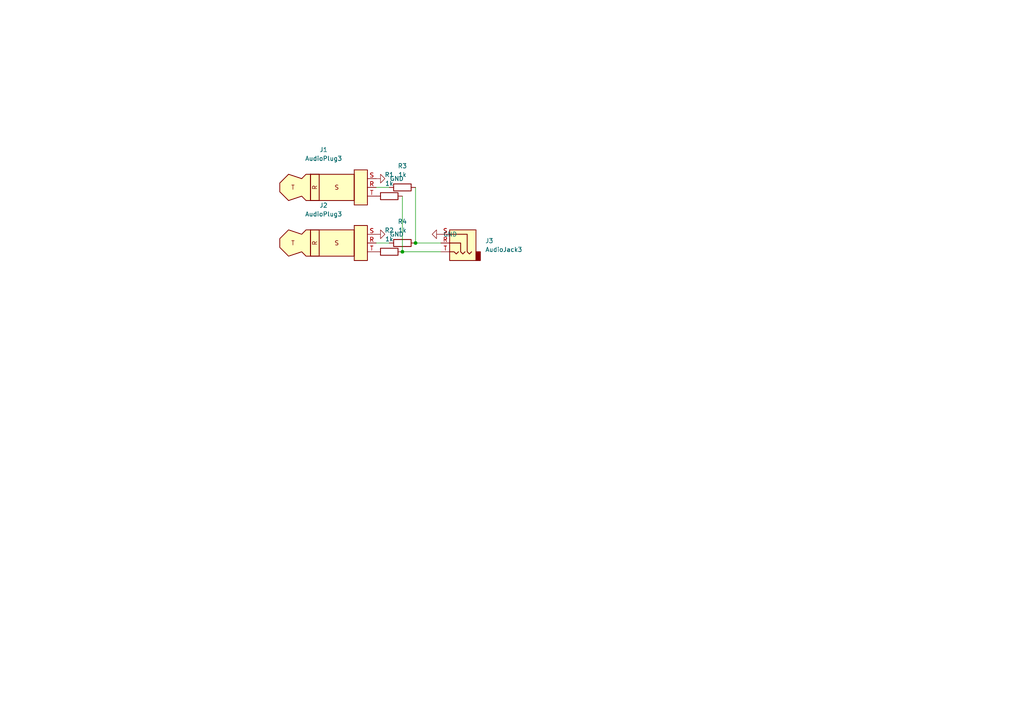
<source format=kicad_sch>
(kicad_sch (version 20211123) (generator eeschema)
  (paper "A4")
  (lib_symbols
    (symbol "Connector:AudioJack3"
      (property "Reference" "J" (at 0 8.89 0))
      (property "Value" "AudioJack3" (at 0 6.35 0))
      (symbol "AudioJack3_0_1"
        (rectangle (start -5.08 -5.08) (end -6.35 -2.54) (stroke (width 0.254)) (fill (type outline)))
        (polyline (pts (xy 0 -2.54) (xy 0.635 -3.175) (xy 1.27 -2.54) (xy 2.54 -2.54)) (stroke (width 0.254)))
        (polyline (pts (xy -1.905 -2.54) (xy -1.27 -3.175) (xy -0.635 -2.54) (xy -0.635 0) (xy 2.54 0)) (stroke (width 0.254)))
        (polyline (pts (xy 2.54 2.54) (xy -2.54 2.54) (xy -2.54 -2.54) (xy -3.175 -3.175) (xy -3.81 -2.54)) (stroke (width 0.254)))
        (rectangle (start 2.54 3.81) (end -5.08 -5.08) (stroke (width 0.254)) (fill (type background)))
      )
      (symbol "AudioJack3_1_1"
        (pin passive line (at 5.08 0 180) (length 2.54) (name "~") (number "R"))
        (pin passive line (at 5.08 2.54 180) (length 2.54) (name "~") (number "S"))
        (pin passive line (at 5.08 -2.54 180) (length 2.54) (name "~") (number "T"))
      )
    )
    (symbol "Connector:AudioPlug3"
      (property "Reference" "J" (at 1.27 6.35 0))
      (property "Value" "AudioPlug3" (at 1.27 -6.35 0))
      (symbol "AudioPlug3_0_0"
        (text "R" (at -2.54 0 900) (effects (font (size 1.27 1.27))))
      )
      (symbol "AudioPlug3_0_1"
        (rectangle (start -3.81 3.81) (end -1.27 -3.81) (stroke (width 0.254)))
        (rectangle (start -1.27 -1.27) (end -1.27 -1.27))
      )
      (symbol "AudioPlug3_1_0"
        (text "S" (at 3.81 0 0) (effects (font (size 1.27 1.27))))
        (text "T" (at -8.89 0 0) (effects (font (size 1.27 1.27))))
      )
      (symbol "AudioPlug3_1_1"
        (rectangle (start -3.81 3.81) (end 8.89 -3.81) (stroke (width 0.254)) (fill (type background)))
        (polyline (pts (xy -3.81 3.81) (xy -5.08 3.81) (xy -6.35 2.54) (xy -10.16 3.81) (xy -12.7 1.27) (xy -12.7 -1.27) (xy -10.16 -3.81) (xy -6.35 -2.54) (xy -5.08 -3.81) (xy -3.81 -3.81) (xy -3.81 3.81)) (stroke (width 0.254)) (fill (type background)))
        (rectangle (start 12.7 5.08) (end 8.89 -5.08) (stroke (width 0.254)) (fill (type background)))
        (pin passive line (at 15.24 0 180) (length 2.54) (name "~") (number "R"))
        (pin passive line (at 15.24 2.54 180) (length 2.54) (name "~") (number "S"))
        (pin passive line (at 15.24 -2.54 180) (length 2.54) (name "~") (number "T"))
      )
    )
    (symbol "Device:R" (pin_numbers hide) (pin_names (offset 0))
      (property "Reference" "R" (at 2.032 0 90))
      (property "Value" "R" (at 0 0 90))
      (symbol "R_0_1"
        (rectangle (start -1.016 -2.54) (end 1.016 2.54) (stroke (width 0.254)))
      )
      (symbol "R_1_1"
        (pin passive line (at 0 3.81 270) (length 1.27) (name "~") (number "1"))
        (pin passive line (at 0 -3.81 90) (length 1.27) (name "~") (number "2"))
      )
    )
    (symbol "power:GND" (power) (pin_names (offset 0))
      (property "Value" "GND" (at 0 -3.81 0))
      (symbol "GND_0_1"
        (polyline (pts (xy 0 0) (xy 0 -1.27) (xy 1.27 -1.27) (xy 0 -2.54) (xy -1.27 -1.27) (xy 0 -1.27)))
      )
      (symbol "GND_1_1"
        (pin power_in line (at 0 0 270) (length 0) hide (name "GND") (number "1"))
      )
    )
  )
  (junction (at 120.523 70.485))
  (junction (at 116.713 73.025))
  (wire (pts (xy 109.093 54.356) (xy 112.903 54.356)))
  (wire (pts (xy 109.093 70.485) (xy 112.903 70.485)))
  (wire (pts (xy 120.523 70.485) (xy 127.889 70.485)))
  (wire (pts (xy 116.713 73.025) (xy 127.889 73.025)))
  (wire (pts (xy 116.713 56.896) (xy 116.713 73.025)))
  (wire (pts (xy 120.523 54.356) (xy 120.523 70.485)))
  (symbol (lib_id "Connector:AudioPlug3") (at 93.853 70.485 0) (unit 1)
    (property "Reference" "J2" (at 93.853 59.563 0))
    (property "Value" "AudioPlug3" (at 93.853 62.103 0))
    (property "Footprint" "Pale Slim Ghost:Plug_3.5mm_CUI_SP-3533" (effects hide))
  )
  (symbol (lib_id "power:GND") (at 109.093 51.816 90) (unit 1)
    (property "Reference" "#PWR01" (effects hide))
    (property "Value" "GND" (at 113.03 51.8159 90) (effects (justify right)))
  )
  (symbol (lib_id "power:GND") (at 127.889 67.945 270) (unit 1)
    (property "Reference" "#PWR02" (effects hide))
    (property "Value" "GND" (at 128.524 67.9449 90) (effects (justify left)))
  )
  (symbol (lib_id "Connector:AudioJack3") (at 132.969 70.485 0) (mirror y) (unit 1)
    (property "Reference" "J3" (at 140.716 69.8499 0) (effects (justify right)))
    (property "Value" "AudioJack3" (at 140.716 72.3899 0) (effects (justify right)))
    (property "Footprint" "Connector_Audio:Jack_3.5mm_CUI_SJ-3523-SMT_Horizontal" (effects hide))
  )
  (symbol (lib_id "power:GND") (at 109.093 67.945 90) (unit 1)
    (property "Reference" "#PWR03" (effects hide))
    (property "Value" "GND" (at 113.03 67.9449 90) (effects (justify right)))
  )
  (symbol (lib_id "Device:R") (at 116.713 54.356 90) (unit 1)
    (property "Reference" "R3" (at 116.713 48.133 90))
    (property "Value" "1k" (at 116.713 50.673 90))
    (property "Footprint" "Resistor_SMD:R_0805_2012Metric_Pad1.20x1.40mm_HandSolder" (effects hide))
  )
  (symbol (lib_id "Device:R") (at 112.903 73.025 90) (unit 1)
    (property "Reference" "R2" (at 112.903 66.802 90))
    (property "Value" "1k" (at 112.903 69.342 90))
    (property "Footprint" "Resistor_SMD:R_0805_2012Metric_Pad1.20x1.40mm_HandSolder" (effects hide))
  )
  (symbol (lib_id "Device:R") (at 112.903 56.896 90) (unit 1)
    (property "Reference" "R1" (at 112.903 50.673 90))
    (property "Value" "1k" (at 112.903 53.213 90))
    (property "Footprint" "Resistor_SMD:R_0805_2012Metric_Pad1.20x1.40mm_HandSolder" (effects hide))
  )
  (symbol (lib_id "Connector:AudioPlug3") (at 93.853 54.356 0) (unit 1)
    (property "Reference" "J1" (at 93.853 43.434 0))
    (property "Value" "AudioPlug3" (at 93.853 45.974 0))
    (property "Footprint" "Pale Slim Ghost:Plug_3.5mm_CUI_SP-3533" (effects hide))
  )
  (symbol (lib_id "Device:R") (at 116.713 70.485 90) (unit 1)
    (property "Reference" "R4" (at 116.713 64.262 90))
    (property "Value" "1k" (at 116.713 66.802 90))
    (property "Footprint" "Resistor_SMD:R_0805_2012Metric_Pad1.20x1.40mm_HandSolder" (effects hide))
  )
)
</source>
